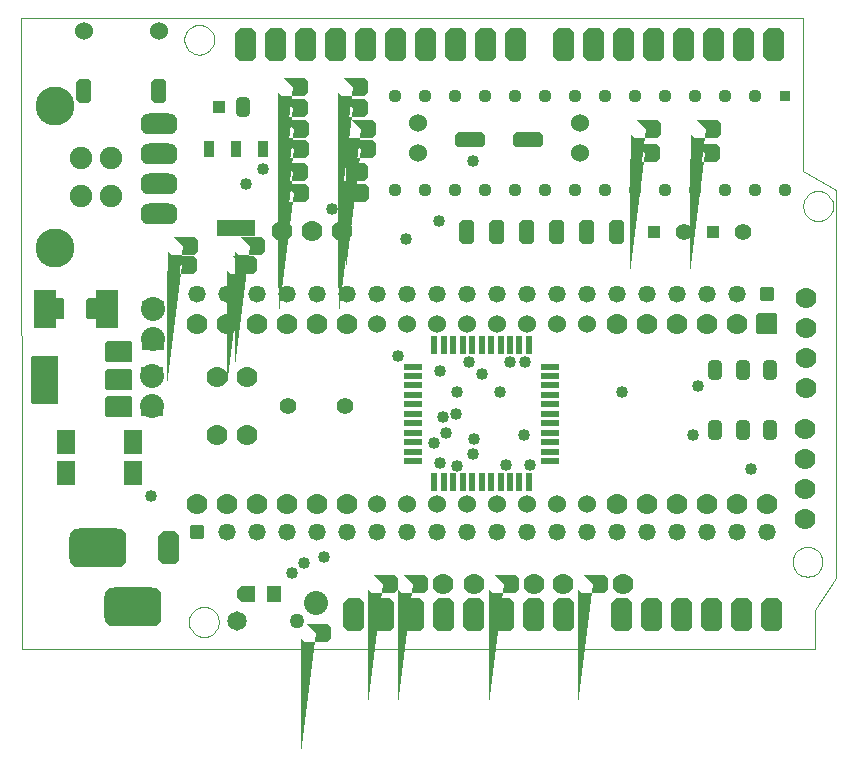
<source format=gbr>
G04 PROTEUS GERBER X2 FILE*
%TF.GenerationSoftware,Labcenter,Proteus,8.17-SP5-Build39395*%
%TF.CreationDate,2026-01-10T11:00:32+00:00*%
%TF.FileFunction,Soldermask,Top*%
%TF.FilePolarity,Negative*%
%TF.Part,Single*%
%TF.SameCoordinates,{bf2e7aaa-9c56-4ce5-bc4f-43878dba84a3}*%
%FSLAX45Y45*%
%MOMM*%
G01*
%TA.AperFunction,Material*%
%ADD64C,1.016000*%
%AMPPAD059*
4,1,36,
-0.508000,0.558000,
0.508000,0.558000,
0.518080,0.556980,
0.527460,0.554070,
0.535950,0.549460,
0.543350,0.543350,
0.549460,0.535950,
0.554070,0.527460,
0.556980,0.518080,
0.558000,0.508000,
0.558000,-0.508000,
0.556980,-0.518080,
0.554070,-0.527460,
0.549460,-0.535950,
0.543350,-0.543350,
0.535950,-0.549460,
0.527460,-0.554070,
0.518080,-0.556980,
0.508000,-0.558000,
-0.508000,-0.558000,
-0.518080,-0.556980,
-0.527460,-0.554070,
-0.535950,-0.549460,
-0.543350,-0.543350,
-0.549460,-0.535950,
-0.554070,-0.527460,
-0.556980,-0.518080,
-0.558000,-0.508000,
-0.558000,0.508000,
-0.556980,0.518080,
-0.554070,0.527460,
-0.549460,0.535950,
-0.543350,0.543350,
-0.535950,0.549460,
-0.527460,0.554070,
-0.518080,0.556980,
-0.508000,0.558000,
0*%
%TA.AperFunction,Material*%
%ADD65PPAD059*%
%ADD66C,1.470000*%
%AMPPAD061*
4,1,36,
0.889000,0.762000,
0.889000,-0.762000,
0.886420,-0.787590,
0.879020,-0.811430,
0.867310,-0.833000,
0.851800,-0.851800,
0.833000,-0.867310,
0.811430,-0.879020,
0.787590,-0.886420,
0.762000,-0.889000,
-0.762000,-0.889000,
-0.787590,-0.886420,
-0.811430,-0.879020,
-0.833000,-0.867310,
-0.851800,-0.851800,
-0.867310,-0.833000,
-0.879020,-0.811430,
-0.886420,-0.787590,
-0.889000,-0.762000,
-0.889000,0.762000,
-0.886420,0.787590,
-0.879020,0.811430,
-0.867310,0.833000,
-0.851800,0.851800,
-0.833000,0.867310,
-0.811430,0.879020,
-0.787590,0.886420,
-0.762000,0.889000,
0.762000,0.889000,
0.787590,0.886420,
0.811430,0.879020,
0.833000,0.867310,
0.851800,0.851800,
0.867310,0.833000,
0.879020,0.811430,
0.886420,0.787590,
0.889000,0.762000,
0*%
%TA.AperFunction,Material*%
%ADD67PPAD061*%
%ADD68C,1.778000*%
%ADD69C,1.524000*%
%AMPPAD064*
4,1,4,
0.250000,0.750000,
0.250000,-0.750000,
-0.250000,-0.750000,
-0.250000,0.750000,
0.250000,0.750000,
0*%
%TA.AperFunction,Material*%
%ADD74PPAD064*%
%AMPPAD065*
4,1,4,
0.750000,0.250000,
0.750000,-0.250000,
-0.750000,-0.250000,
-0.750000,0.250000,
0.750000,0.250000,
0*%
%ADD75PPAD065*%
%AMPPAD066*
4,1,8,
-0.509800,1.397000,
0.509800,1.397000,
0.889000,1.017800,
0.889000,-1.017800,
0.509800,-1.397000,
-0.509800,-1.397000,
-0.889000,-1.017800,
-0.889000,1.017800,
-0.509800,1.397000,
0*%
%TA.AperFunction,Material*%
%ADD76PPAD066*%
%AMPPAD067*
4,1,36,
-1.651000,1.651000,
1.651000,1.651000,
1.804550,1.635520,
1.947580,1.591110,
2.077010,1.520840,
2.189790,1.427790,
2.282840,1.315010,
2.353110,1.185570,
2.397520,1.042550,
2.413000,0.889000,
2.413000,-0.889000,
2.397520,-1.042550,
2.353110,-1.185570,
2.282840,-1.315010,
2.189790,-1.427790,
2.077010,-1.520840,
1.947580,-1.591110,
1.804550,-1.635520,
1.651000,-1.651000,
-1.651000,-1.651000,
-1.804550,-1.635520,
-1.947580,-1.591110,
-2.077010,-1.520840,
-2.189790,-1.427790,
-2.282840,-1.315010,
-2.353110,-1.185570,
-2.397520,-1.042550,
-2.413000,-0.889000,
-2.413000,0.889000,
-2.397520,1.042550,
-2.353110,1.185570,
-2.282840,1.315010,
-2.189790,1.427790,
-2.077010,1.520840,
-1.947580,1.591110,
-1.804550,1.635520,
-1.651000,1.651000,
0*%
%ADD77PPAD067*%
%AMPPAD068*
4,1,4,
0.901700,0.571500,
0.901700,-0.571500,
-0.901700,-0.571500,
-0.901700,0.571500,
0.901700,0.571500,
0*%
%TA.AperFunction,Material*%
%ADD78PPAD068*%
%AMPPAD069*
4,1,36,
-1.143000,-0.762000,
-1.143000,0.762000,
-1.140420,0.787590,
-1.133020,0.811430,
-1.121310,0.833000,
-1.105800,0.851800,
-1.087000,0.867310,
-1.065430,0.879020,
-1.041590,0.886420,
-1.016000,0.889000,
1.016000,0.889000,
1.041590,0.886420,
1.065430,0.879020,
1.087000,0.867310,
1.105800,0.851800,
1.121310,0.833000,
1.133020,0.811430,
1.140420,0.787590,
1.143000,0.762000,
1.143000,-0.762000,
1.140420,-0.787590,
1.133020,-0.811430,
1.121310,-0.833000,
1.105800,-0.851800,
1.087000,-0.867310,
1.065430,-0.879020,
1.041590,-0.886420,
1.016000,-0.889000,
-1.016000,-0.889000,
-1.041590,-0.886420,
-1.065430,-0.879020,
-1.087000,-0.867310,
-1.105800,-0.851800,
-1.121310,-0.833000,
-1.133020,-0.811430,
-1.140420,-0.787590,
-1.143000,-0.762000,
0*%
%TA.AperFunction,Material*%
%ADD79PPAD069*%
%AMPPAD070*
4,1,36,
-1.016000,2.032000,
1.016000,2.032000,
1.041590,2.029420,
1.065430,2.022020,
1.087000,2.010310,
1.105800,1.994800,
1.121310,1.976000,
1.133020,1.954430,
1.140420,1.930590,
1.143000,1.905000,
1.143000,-1.905000,
1.140420,-1.930590,
1.133020,-1.954430,
1.121310,-1.976000,
1.105800,-1.994800,
1.087000,-2.010310,
1.065430,-2.022020,
1.041590,-2.029420,
1.016000,-2.032000,
-1.016000,-2.032000,
-1.041590,-2.029420,
-1.065430,-2.022020,
-1.087000,-2.010310,
-1.105800,-1.994800,
-1.121310,-1.976000,
-1.133020,-1.954430,
-1.140420,-1.930590,
-1.143000,-1.905000,
-1.143000,1.905000,
-1.140420,1.930590,
-1.133020,1.954430,
-1.121310,1.976000,
-1.105800,1.994800,
-1.087000,2.010310,
-1.065430,2.022020,
-1.041590,2.029420,
-1.016000,2.032000,
0*%
%ADD80PPAD070*%
%AMPPAD071*
4,1,36,
-0.622300,1.028700,
0.622300,1.028700,
0.647890,1.026120,
0.671730,1.018720,
0.693300,1.007010,
0.712100,0.991500,
0.727610,0.972700,
0.739320,0.951130,
0.746720,0.927290,
0.749300,0.901700,
0.749300,-0.901700,
0.746720,-0.927290,
0.739320,-0.951130,
0.727610,-0.972700,
0.712100,-0.991500,
0.693300,-1.007010,
0.671730,-1.018720,
0.647890,-1.026120,
0.622300,-1.028700,
-0.622300,-1.028700,
-0.647890,-1.026120,
-0.671730,-1.018720,
-0.693300,-1.007010,
-0.712100,-0.991500,
-0.727610,-0.972700,
-0.739320,-0.951130,
-0.746720,-0.927290,
-0.749300,-0.901700,
-0.749300,0.901700,
-0.746720,0.927290,
-0.739320,0.951130,
-0.727610,0.972700,
-0.712100,0.991500,
-0.693300,1.007010,
-0.671730,1.018720,
-0.647890,1.026120,
-0.622300,1.028700,
0*%
%TA.AperFunction,Material*%
%ADD81PPAD071*%
%AMPPAD072*
4,1,36,
-0.508000,0.889000,
0.508000,0.889000,
0.533590,0.886420,
0.557430,0.879020,
0.579000,0.867310,
0.597800,0.851800,
0.613310,0.833000,
0.625020,0.811430,
0.632420,0.787590,
0.635000,0.762000,
0.635000,-0.762000,
0.632420,-0.787590,
0.625020,-0.811430,
0.613310,-0.833000,
0.597800,-0.851800,
0.579000,-0.867310,
0.557430,-0.879020,
0.533590,-0.886420,
0.508000,-0.889000,
-0.508000,-0.889000,
-0.533590,-0.886420,
-0.557430,-0.879020,
-0.579000,-0.867310,
-0.597800,-0.851800,
-0.613310,-0.833000,
-0.625020,-0.811430,
-0.632420,-0.787590,
-0.635000,-0.762000,
-0.635000,0.762000,
-0.632420,0.787590,
-0.625020,0.811430,
-0.613310,0.833000,
-0.597800,0.851800,
-0.579000,0.867310,
-0.557430,0.879020,
-0.533590,0.886420,
-0.508000,0.889000,
0*%
%ADD82PPAD072*%
%AMPPAD073*
4,1,4,
-0.890000,1.575000,
0.890000,1.575000,
0.890000,-1.575000,
-0.890000,-1.575000,
-0.890000,1.575000,
0*%
%ADD83PPAD073*%
%AMPPAD074*
4,1,68,
-0.812800,0.762000,
0.812800,0.762000,
0.859540,0.759640,
0.904930,0.752710,
0.948740,0.741440,
0.990740,0.726060,
1.030710,0.706810,
1.068400,0.683910,
1.103600,0.657580,
1.136070,0.628070,
1.165580,0.595600,
1.191900,0.560410,
1.214810,0.522710,
1.234060,0.482740,
1.249440,0.440740,
1.260710,0.396930,
1.267640,0.351540,
1.270000,0.304800,
1.270000,-0.304800,
1.267640,-0.351540,
1.260710,-0.396930,
1.249440,-0.440740,
1.234060,-0.482740,
1.214810,-0.522710,
1.191900,-0.560410,
1.165580,-0.595600,
1.136070,-0.628070,
1.103600,-0.657580,
1.068400,-0.683910,
1.030710,-0.706810,
0.990740,-0.726060,
0.948740,-0.741440,
0.904930,-0.752710,
0.859540,-0.759640,
0.812800,-0.762000,
-0.812800,-0.762000,
-0.859540,-0.759640,
-0.904930,-0.752710,
-0.948740,-0.741440,
-0.990740,-0.726060,
-1.030710,-0.706810,
-1.068400,-0.683910,
-1.103600,-0.657580,
-1.136070,-0.628070,
-1.165580,-0.595600,
-1.191900,-0.560410,
-1.214810,-0.522710,
-1.234060,-0.482740,
-1.249440,-0.440740,
-1.260710,-0.396930,
-1.267640,-0.351540,
-1.270000,-0.304800,
-1.270000,0.304800,
-1.267640,0.351540,
-1.260710,0.396930,
-1.249440,0.440740,
-1.234060,0.482740,
-1.214810,0.522710,
-1.191900,0.560410,
-1.165580,0.595600,
-1.136070,0.628070,
-1.103600,0.657580,
-1.068400,0.683910,
-1.030710,0.706810,
-0.990740,0.726060,
-0.948740,0.741440,
-0.904930,0.752710,
-0.859540,0.759640,
-0.812800,0.762000,
0*%
%ADD84PPAD074*%
%ADD85C,2.032000*%
%AMPPAD076*
4,1,8,
-0.992400,0.635000,
0.992400,0.635000,
1.270000,0.357400,
1.270000,-0.357400,
0.992400,-0.635000,
-0.992400,-0.635000,
-1.270000,-0.357400,
-1.270000,0.357400,
-0.992400,0.635000,
0*%
%ADD86PPAD076*%
%AMPPAD077*
4,1,4,
0.399510,0.399510,
0.399510,-0.399510,
-0.399510,-0.399510,
-0.399510,0.399510,
0.399510,0.399510,
0*%
%TA.AperFunction,Material*%
%ADD87PPAD077*%
%ADD88C,1.130000*%
%AMPPAD079*
4,1,4,
-0.525000,0.525000,
0.525000,0.525000,
0.525000,-0.525000,
-0.525000,-0.525000,
-0.525000,0.525000,
0*%
%TA.AperFunction,Material*%
%ADD89PPAD079*%
%AMPPAD080*
4,1,36,
-0.100000,0.877000,
0.100000,0.877000,
0.206190,0.866290,
0.305110,0.835580,
0.394620,0.786980,
0.472620,0.722620,
0.536980,0.644630,
0.585580,0.555110,
0.616290,0.456190,
0.627000,0.350000,
0.627000,-0.350000,
0.616290,-0.456190,
0.585580,-0.555110,
0.536980,-0.644630,
0.472620,-0.722620,
0.394620,-0.786980,
0.305110,-0.835580,
0.206190,-0.866290,
0.100000,-0.877000,
-0.100000,-0.877000,
-0.206190,-0.866290,
-0.305110,-0.835580,
-0.394620,-0.786980,
-0.472620,-0.722620,
-0.536980,-0.644630,
-0.585580,-0.555110,
-0.616290,-0.456190,
-0.627000,-0.350000,
-0.627000,0.350000,
-0.616290,0.456190,
-0.585580,0.555110,
-0.536980,0.644630,
-0.472620,0.722620,
-0.394620,0.786980,
-0.305110,0.835580,
-0.206190,0.866290,
-0.100000,0.877000,
0*%
%ADD90PPAD080*%
%AMPPAD081*
4,1,4,
0.498510,0.498510,
0.498510,-0.498510,
-0.498510,-0.498510,
-0.498510,0.498510,
0.498510,0.498510,
0*%
%ADD91PPAD081*%
%ADD92C,1.410000*%
%AMPPAD083*
4,1,36,
0.465000,0.585000,
0.465000,-0.585000,
0.463580,-0.599100,
0.459500,-0.612240,
0.453040,-0.624130,
0.444490,-0.634490,
0.434130,-0.643040,
0.422240,-0.649500,
0.409100,-0.653580,
0.395000,-0.655000,
-0.395000,-0.655000,
-0.409100,-0.653580,
-0.422240,-0.649500,
-0.434130,-0.643040,
-0.444490,-0.634490,
-0.453040,-0.624130,
-0.459500,-0.612240,
-0.463580,-0.599100,
-0.465000,-0.585000,
-0.465000,0.585000,
-0.463580,0.599100,
-0.459500,0.612240,
-0.453040,0.624130,
-0.444490,0.634490,
-0.434130,0.643040,
-0.422240,0.649500,
-0.409100,0.653580,
-0.395000,0.655000,
0.395000,0.655000,
0.409100,0.653580,
0.422240,0.649500,
0.434130,0.643040,
0.444490,0.634490,
0.453040,0.624130,
0.459500,0.612240,
0.463580,0.599100,
0.465000,0.585000,
0*%
%TA.AperFunction,Material*%
%ADD93PPAD083*%
%AMPPAD084*
4,1,36,
1.620000,0.555000,
1.620000,-0.555000,
1.617970,-0.575150,
1.612140,-0.593920,
1.602920,-0.610910,
1.590710,-0.625710,
1.575910,-0.637920,
1.558920,-0.647140,
1.540150,-0.652970,
1.520000,-0.655000,
-1.520000,-0.655000,
-1.540150,-0.652970,
-1.558920,-0.647140,
-1.575910,-0.637920,
-1.590710,-0.625710,
-1.602920,-0.610910,
-1.612140,-0.593920,
-1.617970,-0.575150,
-1.620000,-0.555000,
-1.620000,0.555000,
-1.617970,0.575150,
-1.612140,0.593920,
-1.602920,0.610910,
-1.590710,0.625710,
-1.575910,0.637920,
-1.558920,0.647140,
-1.540150,0.652970,
-1.520000,0.655000,
1.520000,0.655000,
1.540150,0.652970,
1.558920,0.647140,
1.575910,0.637920,
1.590710,0.625710,
1.602920,0.610910,
1.612140,0.593920,
1.617970,0.575150,
1.620000,0.555000,
0*%
%ADD94PPAD084*%
%AMPPAD085*
4,1,8,
-0.357400,1.016000,
0.357400,1.016000,
0.635000,0.738400,
0.635000,-0.738400,
0.357400,-1.016000,
-0.357400,-1.016000,
-0.635000,-0.738400,
-0.635000,0.738400,
-0.357400,1.016000,
0*%
%TA.AperFunction,Material*%
%ADD95PPAD085*%
%AMPPAD086*
4,1,4,
0.575000,-0.650000,
-0.575000,-0.650000,
-0.575000,0.650000,
0.575000,0.650000,
0.575000,-0.650000,
0*%
%TA.AperFunction,Material*%
%ADD96PPAD086*%
%AMPPAD087*
4,1,36,
-0.889000,0.889000,
0.889000,0.889000,
1.016960,0.876100,
1.136140,0.839090,
1.244010,0.780540,
1.337990,0.702990,
1.415540,0.609010,
1.474090,0.501140,
1.511100,0.381960,
1.524000,0.254000,
1.524000,-0.254000,
1.511100,-0.381960,
1.474090,-0.501140,
1.415540,-0.609010,
1.337990,-0.702990,
1.244010,-0.780540,
1.136140,-0.839090,
1.016960,-0.876100,
0.889000,-0.889000,
-0.889000,-0.889000,
-1.016960,-0.876100,
-1.136140,-0.839090,
-1.244010,-0.780540,
-1.337990,-0.702990,
-1.415540,-0.609010,
-1.474090,-0.501140,
-1.511100,-0.381960,
-1.524000,-0.254000,
-1.524000,0.254000,
-1.511100,0.381960,
-1.474090,0.501140,
-1.415540,0.609010,
-1.337990,0.702990,
-1.244010,0.780540,
-1.136140,0.839090,
-1.016960,0.876100,
-0.889000,0.889000,
0*%
%TA.AperFunction,Material*%
%ADD97PPAD087*%
%TA.AperFunction,Material*%
%ADD98C,1.905000*%
%ADD99C,3.302000*%
%TA.AperFunction,Material*%
%ADD100C,1.050000*%
%ADD101C,1.270000*%
%ADD102C,1.651000*%
%TA.AperFunction,Profile*%
%ADD51C,0.101600*%
%TD.AperFunction*%
D64*
X-2922584Y+5866649D03*
X-2112782Y+8505784D03*
X-190500Y+8699500D03*
X-1968500Y+8636000D03*
X+286426Y+6129503D03*
X+87804Y+6129396D03*
X+243174Y+7003499D03*
X+122872Y+7003315D03*
X+1673111Y+6383020D03*
X+2159000Y+6096000D03*
X+1714500Y+6794500D03*
X-471621Y+6924491D03*
X-480000Y+8195527D03*
X-825500Y+7048500D03*
X+239984Y+6380004D03*
X-1458470Y+5347432D03*
X-1623472Y+5300000D03*
X-444501Y+6539124D03*
X-329405Y+6745229D03*
X+36253Y+6745229D03*
X+1069845Y+6745229D03*
X-760033Y+8041280D03*
X-1383120Y+8294963D03*
X-423853Y+6397102D03*
X-474168Y+6143364D03*
X-118977Y+6897631D03*
X-525516Y+6315509D03*
X-230011Y+7001982D03*
X-183144Y+6351238D03*
X-340626Y+6558191D03*
X-327275Y+6120730D03*
X-196497Y+6217719D03*
X-1723266Y+5212428D03*
D65*
X-2528000Y+5560000D03*
D66*
X-2274000Y+5560000D03*
X-2020000Y+5560000D03*
X-1766000Y+5560000D03*
X-1512000Y+5560000D03*
X-1258000Y+5560000D03*
X-1004000Y+5560000D03*
X-750000Y+5560000D03*
X-496000Y+5560000D03*
X-242000Y+5560000D03*
X+12000Y+5560000D03*
X+266000Y+5560000D03*
X+520000Y+5560000D03*
X+774000Y+5560000D03*
X+1028000Y+5560000D03*
X+1282000Y+5560000D03*
X+1536000Y+5560000D03*
X+1790000Y+5560000D03*
X+2044000Y+5560000D03*
X+2298000Y+5560000D03*
D67*
X+2292837Y+7324000D03*
D68*
X+2038837Y+7324000D03*
X+1784837Y+7324000D03*
X+1530837Y+7324000D03*
X+1276837Y+7324000D03*
X+1022837Y+7324000D03*
D69*
X+768837Y+7324000D03*
X+514837Y+7324000D03*
X+260837Y+7324000D03*
X+6837Y+7324000D03*
X-247163Y+7324000D03*
X-501163Y+7324000D03*
X-755163Y+7324000D03*
X-1009163Y+7324000D03*
D68*
X-1263163Y+7324000D03*
X-1517163Y+7324000D03*
X-1771163Y+7324000D03*
X-2025163Y+7324000D03*
X-2279163Y+7324000D03*
X-2533163Y+7324000D03*
X-2533163Y+5800000D03*
X-2279163Y+5800000D03*
X-2025163Y+5800000D03*
X-1771163Y+5800000D03*
X-1517163Y+5800000D03*
X-1263163Y+5800000D03*
D69*
X-1009163Y+5800000D03*
X-755163Y+5800000D03*
X-501163Y+5800000D03*
X-247163Y+5800000D03*
X+6837Y+5800000D03*
X+260837Y+5800000D03*
X+514837Y+5800000D03*
X+768837Y+5800000D03*
D68*
X+1022837Y+5800000D03*
X+1276837Y+5800000D03*
X+1530837Y+5800000D03*
X+1784837Y+5800000D03*
X+2038837Y+5800000D03*
X+2292837Y+5800000D03*
D65*
X+2293000Y+7580000D03*
D66*
X+2039000Y+7580000D03*
X+1785000Y+7580000D03*
X+1531000Y+7580000D03*
X+1277000Y+7580000D03*
X+1023000Y+7580000D03*
X+769000Y+7580000D03*
X+515000Y+7580000D03*
X+261000Y+7580000D03*
X+7000Y+7580000D03*
X-247000Y+7580000D03*
X-501000Y+7580000D03*
X-755000Y+7580000D03*
X-1009000Y+7580000D03*
X-1263000Y+7580000D03*
X-1517000Y+7580000D03*
X-1771000Y+7580000D03*
X-2025000Y+7580000D03*
X-2279000Y+7580000D03*
X-2533000Y+7580000D03*
D74*
X+279837Y+7142000D03*
X+199837Y+7142000D03*
X+119837Y+7142000D03*
X+39837Y+7142000D03*
X-40153Y+7142000D03*
X-120163Y+7142000D03*
X-200173Y+7142000D03*
X-280163Y+7142000D03*
X-360163Y+7142000D03*
X-440163Y+7142000D03*
X-520163Y+7142000D03*
D75*
X-700163Y+6962000D03*
X-700163Y+6882000D03*
X-700163Y+6802000D03*
X-700163Y+6722000D03*
X-700163Y+6642010D03*
X-700163Y+6562000D03*
X-700163Y+6481990D03*
X-700163Y+6402000D03*
X-700163Y+6322000D03*
X-700163Y+6242000D03*
X-700163Y+6162000D03*
D74*
X-520163Y+5982000D03*
X-440163Y+5982000D03*
X-360163Y+5982000D03*
X-280163Y+5982000D03*
X-200173Y+5982000D03*
X-120163Y+5982000D03*
X-40153Y+5982000D03*
X+39837Y+5982000D03*
X+119837Y+5982000D03*
X+199837Y+5982000D03*
X+279837Y+5982000D03*
D75*
X+459837Y+6162000D03*
X+459837Y+6242000D03*
X+459837Y+6322000D03*
X+459837Y+6402000D03*
X+459837Y+6481990D03*
X+459837Y+6562000D03*
X+459837Y+6642010D03*
X+459837Y+6722000D03*
X+459837Y+6802000D03*
X+459837Y+6882000D03*
X+459837Y+6962000D03*
D76*
X-2770000Y+5430000D03*
D77*
X-3370000Y+5430000D03*
X-3070000Y+4930000D03*
D78*
X-2910000Y+6900000D03*
X-2910000Y+6600000D03*
D79*
X-3190000Y+6620000D03*
D80*
X-3819920Y+6851140D03*
D79*
X-3190000Y+6851140D03*
X-3190000Y+7082280D03*
D81*
X-3640000Y+6325000D03*
X-3640000Y+6065000D03*
X-3070000Y+6325000D03*
X-3070000Y+6065000D03*
D82*
X-3714960Y+7450000D03*
X-3400000Y+7450000D03*
D83*
X-3814000Y+7450000D03*
X-3290000Y+7450000D03*
D84*
X-1520000Y+4710000D03*
D85*
X-1520000Y+4964000D03*
D69*
X-662000Y+8769000D03*
X-662000Y+9023000D03*
D86*
X+269605Y+8882000D03*
X-218395Y+8882000D03*
D87*
X+2446000Y+9254000D03*
D88*
X+2192000Y+9254000D03*
X+1938000Y+9254000D03*
X+1684000Y+9254000D03*
X+1430000Y+9254000D03*
X+1176000Y+9254000D03*
X+922000Y+9254000D03*
X+668000Y+9254000D03*
X+414000Y+9254000D03*
X+160000Y+9254000D03*
X-94000Y+9254000D03*
X-348000Y+9254000D03*
X-602000Y+9254000D03*
X-856000Y+9254000D03*
X-856000Y+8460000D03*
X-602000Y+8460000D03*
X-348000Y+8460000D03*
X-94000Y+8460000D03*
X+160000Y+8460000D03*
X+414000Y+8460000D03*
X+668000Y+8460000D03*
X+922000Y+8460000D03*
X+1176000Y+8460000D03*
X+1430000Y+8460000D03*
X+1684000Y+8460000D03*
X+1938000Y+8460000D03*
X+2192000Y+8460000D03*
X+2446000Y+8460000D03*
D89*
X-2340000Y+9160000D03*
D90*
X-2140000Y+9160000D03*
D84*
X-1140000Y+8800000D03*
X-1712000Y+8800000D03*
X-1714000Y+8609598D03*
X-1206000Y+8609598D03*
D69*
X+710000Y+8770000D03*
X+710000Y+9024000D03*
D84*
X-1718000Y+9150000D03*
X-1210000Y+9150000D03*
X-1140000Y+8970000D03*
X-1712000Y+8970000D03*
D91*
X+1340000Y+8100000D03*
D92*
X+1594000Y+8100000D03*
D91*
X+1840000Y+8100000D03*
D92*
X+2094000Y+8100000D03*
D76*
X-2118726Y+9688000D03*
X-1864726Y+9688000D03*
X-1610726Y+9688000D03*
X-1356726Y+9688000D03*
X-1102726Y+9688000D03*
X-848726Y+9688000D03*
X-594726Y+9688000D03*
X-340726Y+9688000D03*
X-86726Y+9688000D03*
X+167274Y+9688000D03*
X+573674Y+9688000D03*
X+827674Y+9688000D03*
X+1081674Y+9688000D03*
X+1335674Y+9688000D03*
X+1589674Y+9688000D03*
X+1843674Y+9688000D03*
X+2097674Y+9688000D03*
X+2351674Y+9688000D03*
X-1204326Y+4862000D03*
X-950326Y+4862000D03*
X-696326Y+4862000D03*
X-442326Y+4862000D03*
X-188326Y+4862000D03*
X+65674Y+4862000D03*
X+319674Y+4862000D03*
X+573674Y+4862000D03*
X+1071674Y+4862000D03*
X+1325674Y+4862000D03*
X+1579674Y+4862000D03*
X+1833674Y+4862000D03*
X+2087674Y+4862000D03*
X+2341674Y+4862000D03*
D68*
X+2620000Y+6430000D03*
X+2620000Y+6176000D03*
X+2620000Y+5922000D03*
X+2620000Y+5668000D03*
X+2630000Y+7542000D03*
X+2630000Y+7288000D03*
X+2630000Y+7034000D03*
X+2630000Y+6780000D03*
X+1080000Y+5120000D03*
D84*
X+826000Y+5120000D03*
D68*
X+572000Y+5120000D03*
D84*
X-956000Y+5120000D03*
X-702000Y+5120000D03*
D68*
X-448000Y+5120000D03*
X-188000Y+5120000D03*
D84*
X+66000Y+5120000D03*
D68*
X+320000Y+5120000D03*
X-1306000Y+8110000D03*
X-1560000Y+8110000D03*
X-1814000Y+8110000D03*
D93*
X-1970000Y+8800000D03*
X-2199000Y+8800000D03*
X-2428000Y+8800000D03*
D94*
X-2199000Y+8132000D03*
D95*
X-244000Y+8100000D03*
X+10000Y+8100000D03*
X+264000Y+8100000D03*
X+518000Y+8100000D03*
X+772000Y+8100000D03*
X+1026000Y+8100000D03*
D84*
X-1708000Y+8430000D03*
X-1200000Y+8430000D03*
X-1720000Y+9330000D03*
X-1212000Y+9330000D03*
D96*
X-2099200Y+5034800D03*
X-1875200Y+5034800D03*
D90*
X+2090000Y+6930000D03*
X+2090000Y+6422000D03*
X+2320000Y+6930000D03*
X+2320000Y+6422000D03*
X+1860000Y+6930000D03*
X+1860000Y+6422000D03*
D97*
X-2850000Y+9020000D03*
X-2850000Y+8766000D03*
X-2850000Y+8512000D03*
X-2850000Y+8258000D03*
D95*
X-3485000Y+9293599D03*
D69*
X-3485000Y+9801599D03*
D95*
X-2850000Y+9293599D03*
D69*
X-2850000Y+9801599D03*
D98*
X-3260000Y+8409960D03*
X-3260000Y+8730000D03*
X-3508920Y+8730000D03*
X-3508920Y+8409960D03*
D99*
X-3732440Y+9171960D03*
X-3732440Y+7968000D03*
D84*
X-2652000Y+7980000D03*
X-2080000Y+7980000D03*
X-2658000Y+7820000D03*
X-2150000Y+7820000D03*
D68*
X-2110000Y+6380000D03*
X-2364000Y+6380000D03*
X-2364000Y+6870000D03*
X-2110000Y+6870000D03*
D92*
X-1762241Y+6625759D03*
X-1274241Y+6625759D03*
D89*
X-3640000Y+6300000D03*
D100*
X-3640000Y+6100000D03*
D89*
X-3070000Y+6300000D03*
D100*
X-3070000Y+6100000D03*
D78*
X-2900000Y+7160000D03*
X-2900000Y+7460000D03*
D85*
X-2900000Y+7450000D03*
X-2900000Y+7196000D03*
X-2910000Y+6626000D03*
X-2910000Y+6880000D03*
D91*
X-1867200Y+5034800D03*
D92*
X-2121200Y+5034800D03*
D101*
X-1680000Y+4810000D03*
D102*
X-2188000Y+4810000D03*
D84*
X+1776000Y+8974198D03*
X+1268000Y+8974198D03*
X+1774917Y+8774000D03*
X+1266917Y+8774000D03*
D51*
X+2700000Y+4900000D02*
X+2880000Y+5170000D01*
X+2700000Y+4570000D02*
X-4010000Y+4570000D01*
X-4020000Y+9910000D01*
X+2600000Y+9910000D01*
X+2600000Y+8620000D01*
X+2880000Y+8460000D01*
X+2880000Y+5170000D01*
X-2384640Y+9730249D02*
X-2385066Y+9740627D01*
X-2388528Y+9761385D01*
X-2395763Y+9782143D01*
X-2407557Y+9802901D01*
X-2425602Y+9823498D01*
X-2446360Y+9838972D01*
X-2467118Y+9848925D01*
X-2487876Y+9854691D01*
X-2508634Y+9856842D01*
X-2511260Y+9856869D01*
X-2637880Y+9730249D02*
X-2637454Y+9740627D01*
X-2633992Y+9761385D01*
X-2626757Y+9782143D01*
X-2614963Y+9802901D01*
X-2596918Y+9823498D01*
X-2576160Y+9838972D01*
X-2555402Y+9848925D01*
X-2534644Y+9854691D01*
X-2513886Y+9856842D01*
X-2511260Y+9856869D01*
X-2637880Y+9730249D02*
X-2637454Y+9719871D01*
X-2633992Y+9699113D01*
X-2626757Y+9678355D01*
X-2614963Y+9657597D01*
X-2596918Y+9637000D01*
X-2576160Y+9621526D01*
X-2555402Y+9611573D01*
X-2534644Y+9605807D01*
X-2513886Y+9603656D01*
X-2511260Y+9603629D01*
X-2384640Y+9730249D02*
X-2385066Y+9719871D01*
X-2388528Y+9699113D01*
X-2395763Y+9678355D01*
X-2407557Y+9657597D01*
X-2425602Y+9637000D01*
X-2446360Y+9621526D01*
X-2467118Y+9611573D01*
X-2487876Y+9605807D01*
X-2508634Y+9603656D01*
X-2511260Y+9603629D01*
X+2765360Y+5310249D02*
X+2764934Y+5320627D01*
X+2761472Y+5341385D01*
X+2754237Y+5362143D01*
X+2742443Y+5382901D01*
X+2724398Y+5403498D01*
X+2703640Y+5418972D01*
X+2682882Y+5428925D01*
X+2662124Y+5434691D01*
X+2641366Y+5436842D01*
X+2638740Y+5436869D01*
X+2512120Y+5310249D02*
X+2512546Y+5320627D01*
X+2516008Y+5341385D01*
X+2523243Y+5362143D01*
X+2535037Y+5382901D01*
X+2553082Y+5403498D01*
X+2573840Y+5418972D01*
X+2594598Y+5428925D01*
X+2615356Y+5434691D01*
X+2636114Y+5436842D01*
X+2638740Y+5436869D01*
X+2512120Y+5310249D02*
X+2512546Y+5299871D01*
X+2516008Y+5279113D01*
X+2523243Y+5258355D01*
X+2535037Y+5237597D01*
X+2553082Y+5217000D01*
X+2573840Y+5201526D01*
X+2594598Y+5191573D01*
X+2615356Y+5185807D01*
X+2636114Y+5183656D01*
X+2638740Y+5183629D01*
X+2765360Y+5310249D02*
X+2764934Y+5299871D01*
X+2761472Y+5279113D01*
X+2754237Y+5258355D01*
X+2742443Y+5237597D01*
X+2724398Y+5217000D01*
X+2703640Y+5201526D01*
X+2682882Y+5191573D01*
X+2662124Y+5185807D01*
X+2641366Y+5183656D01*
X+2638740Y+5183629D01*
X-2344640Y+4800249D02*
X-2345066Y+4810627D01*
X-2348528Y+4831385D01*
X-2355763Y+4852143D01*
X-2367557Y+4872901D01*
X-2385602Y+4893498D01*
X-2406360Y+4908972D01*
X-2427118Y+4918925D01*
X-2447876Y+4924691D01*
X-2468634Y+4926842D01*
X-2471260Y+4926869D01*
X-2597880Y+4800249D02*
X-2597454Y+4810627D01*
X-2593992Y+4831385D01*
X-2586757Y+4852143D01*
X-2574963Y+4872901D01*
X-2556918Y+4893498D01*
X-2536160Y+4908972D01*
X-2515402Y+4918925D01*
X-2494644Y+4924691D01*
X-2473886Y+4926842D01*
X-2471260Y+4926869D01*
X-2597880Y+4800249D02*
X-2597454Y+4789871D01*
X-2593992Y+4769113D01*
X-2586757Y+4748355D01*
X-2574963Y+4727597D01*
X-2556918Y+4707000D01*
X-2536160Y+4691526D01*
X-2515402Y+4681573D01*
X-2494644Y+4675807D01*
X-2473886Y+4673656D01*
X-2471260Y+4673629D01*
X-2344640Y+4800249D02*
X-2345066Y+4789871D01*
X-2348528Y+4769113D01*
X-2355763Y+4748355D01*
X-2367557Y+4727597D01*
X-2385602Y+4707000D01*
X-2406360Y+4691526D01*
X-2427118Y+4681573D01*
X-2447876Y+4675807D01*
X-2468634Y+4673656D01*
X-2471260Y+4673629D01*
X+2855396Y+8320499D02*
X+2854970Y+8330877D01*
X+2851508Y+8351635D01*
X+2844273Y+8372393D01*
X+2832479Y+8393151D01*
X+2814434Y+8413748D01*
X+2793676Y+8429222D01*
X+2772918Y+8439175D01*
X+2752160Y+8444941D01*
X+2731402Y+8447092D01*
X+2728776Y+8447119D01*
X+2602156Y+8320499D02*
X+2602582Y+8330877D01*
X+2606044Y+8351635D01*
X+2613279Y+8372393D01*
X+2625073Y+8393151D01*
X+2643118Y+8413748D01*
X+2663876Y+8429222D01*
X+2684634Y+8439175D01*
X+2705392Y+8444941D01*
X+2726150Y+8447092D01*
X+2728776Y+8447119D01*
X+2602156Y+8320499D02*
X+2602582Y+8310121D01*
X+2606044Y+8289363D01*
X+2613279Y+8268605D01*
X+2625073Y+8247847D01*
X+2643118Y+8227250D01*
X+2663876Y+8211776D01*
X+2684634Y+8201823D01*
X+2705392Y+8196057D01*
X+2726150Y+8193906D01*
X+2728776Y+8193879D01*
X+2855396Y+8320499D02*
X+2854970Y+8310121D01*
X+2851508Y+8289363D01*
X+2844273Y+8268605D01*
X+2832479Y+8247847D01*
X+2814434Y+8227250D01*
X+2793676Y+8211776D01*
X+2772918Y+8201823D01*
X+2752160Y+8196057D01*
X+2731402Y+8193906D01*
X+2728776Y+8193879D01*
X+2700000Y+4900000D02*
X+2700000Y+4570000D01*
M02*

</source>
